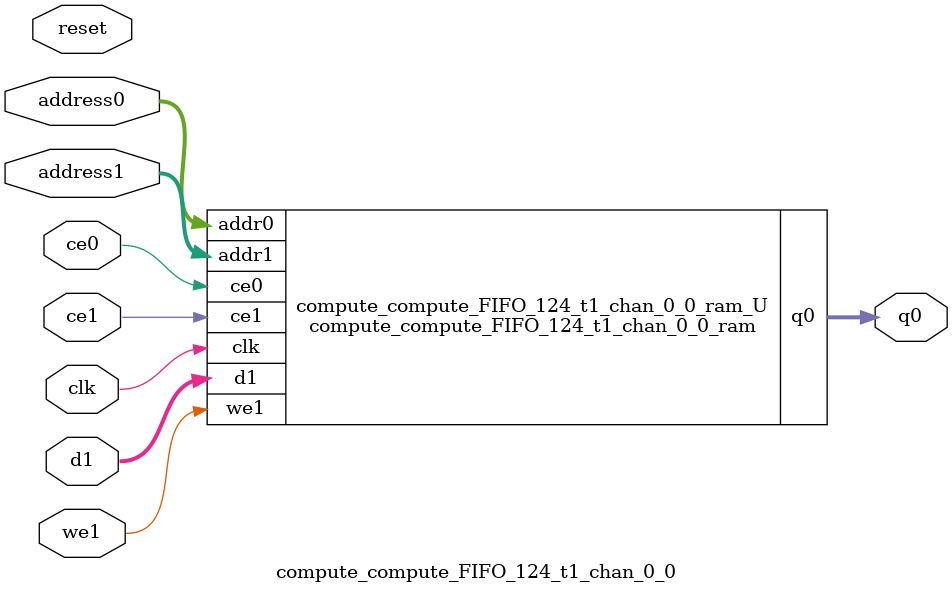
<source format=v>
`timescale 1 ns / 1 ps
module compute_compute_FIFO_124_t1_chan_0_0_ram (addr0, ce0, q0, addr1, ce1, d1, we1,  clk);

parameter DWIDTH = 32;
parameter AWIDTH = 7;
parameter MEM_SIZE = 124;

input[AWIDTH-1:0] addr0;
input ce0;
output reg[DWIDTH-1:0] q0;
input[AWIDTH-1:0] addr1;
input ce1;
input[DWIDTH-1:0] d1;
input we1;
input clk;

(* ram_style = "block" *)reg [DWIDTH-1:0] ram[0:MEM_SIZE-1];




always @(posedge clk)  
begin 
    if (ce0) begin
        q0 <= ram[addr0];
    end
end


always @(posedge clk)  
begin 
    if (ce1) begin
        if (we1) 
            ram[addr1] <= d1; 
    end
end


endmodule

`timescale 1 ns / 1 ps
module compute_compute_FIFO_124_t1_chan_0_0(
    reset,
    clk,
    address0,
    ce0,
    q0,
    address1,
    ce1,
    we1,
    d1);

parameter DataWidth = 32'd32;
parameter AddressRange = 32'd124;
parameter AddressWidth = 32'd7;
input reset;
input clk;
input[AddressWidth - 1:0] address0;
input ce0;
output[DataWidth - 1:0] q0;
input[AddressWidth - 1:0] address1;
input ce1;
input we1;
input[DataWidth - 1:0] d1;



compute_compute_FIFO_124_t1_chan_0_0_ram compute_compute_FIFO_124_t1_chan_0_0_ram_U(
    .clk( clk ),
    .addr0( address0 ),
    .ce0( ce0 ),
    .q0( q0 ),
    .addr1( address1 ),
    .ce1( ce1 ),
    .we1( we1 ),
    .d1( d1 ));

endmodule


</source>
